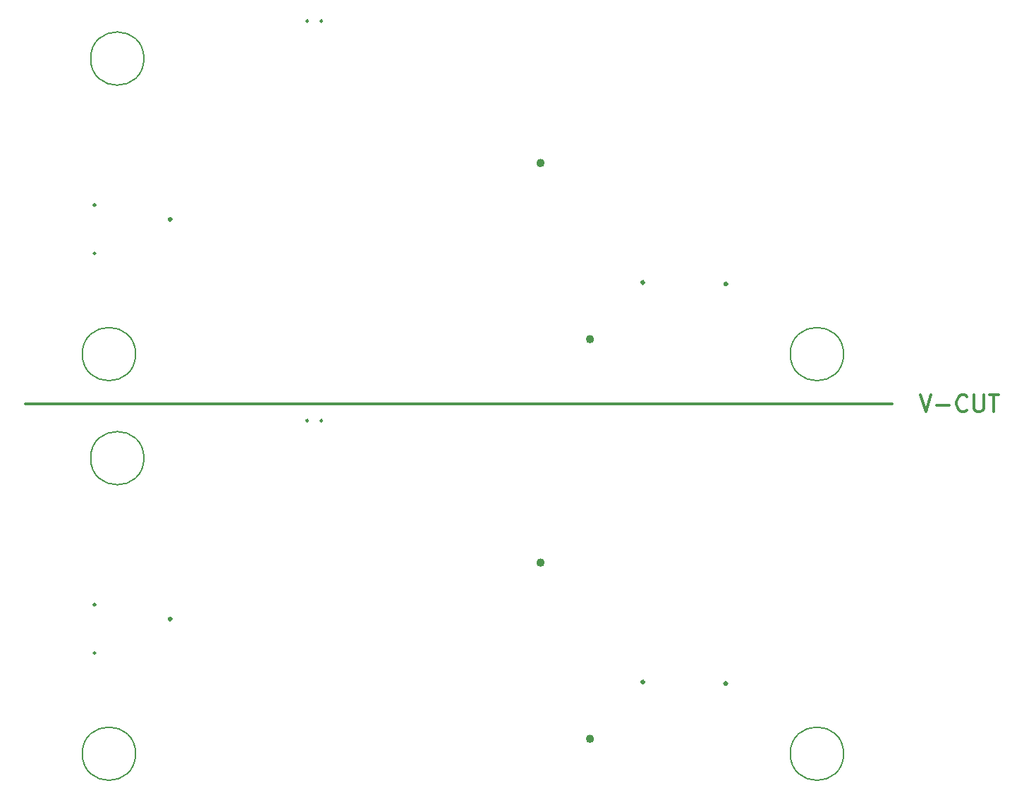
<source format=gbr>
G04 #@! TF.GenerationSoftware,KiCad,Pcbnew,8.0.8*
G04 #@! TF.CreationDate,2025-02-19T19:17:40+01:00*
G04 #@! TF.ProjectId,panelized,70616e65-6c69-47a6-9564-2e6b69636164,rev?*
G04 #@! TF.SameCoordinates,Original*
G04 #@! TF.FileFunction,Other,Comment*
%FSLAX46Y46*%
G04 Gerber Fmt 4.6, Leading zero omitted, Abs format (unit mm)*
G04 Created by KiCad (PCBNEW 8.0.8) date 2025-02-19 19:17:40*
%MOMM*%
%LPD*%
G01*
G04 APERTURE LIST*
%ADD10C,0.300000*%
%ADD11C,0.500000*%
%ADD12C,0.150000*%
%ADD13C,0.250000*%
G04 APERTURE END LIST*
D10*
X-3000000Y-48000000D02*
X101000000Y-48000000D01*
X104387844Y-46909638D02*
X105054510Y-48909638D01*
X105054510Y-48909638D02*
X105721177Y-46909638D01*
X106387844Y-48147733D02*
X107911654Y-48147733D01*
X110006891Y-48719161D02*
X109911653Y-48814400D01*
X109911653Y-48814400D02*
X109625939Y-48909638D01*
X109625939Y-48909638D02*
X109435463Y-48909638D01*
X109435463Y-48909638D02*
X109149748Y-48814400D01*
X109149748Y-48814400D02*
X108959272Y-48623923D01*
X108959272Y-48623923D02*
X108864034Y-48433447D01*
X108864034Y-48433447D02*
X108768796Y-48052495D01*
X108768796Y-48052495D02*
X108768796Y-47766780D01*
X108768796Y-47766780D02*
X108864034Y-47385828D01*
X108864034Y-47385828D02*
X108959272Y-47195352D01*
X108959272Y-47195352D02*
X109149748Y-47004876D01*
X109149748Y-47004876D02*
X109435463Y-46909638D01*
X109435463Y-46909638D02*
X109625939Y-46909638D01*
X109625939Y-46909638D02*
X109911653Y-47004876D01*
X109911653Y-47004876D02*
X110006891Y-47100114D01*
X110864034Y-46909638D02*
X110864034Y-48528685D01*
X110864034Y-48528685D02*
X110959272Y-48719161D01*
X110959272Y-48719161D02*
X111054510Y-48814400D01*
X111054510Y-48814400D02*
X111244986Y-48909638D01*
X111244986Y-48909638D02*
X111625939Y-48909638D01*
X111625939Y-48909638D02*
X111816415Y-48814400D01*
X111816415Y-48814400D02*
X111911653Y-48719161D01*
X111911653Y-48719161D02*
X112006891Y-48528685D01*
X112006891Y-48528685D02*
X112006891Y-46909638D01*
X112673558Y-46909638D02*
X113816415Y-46909638D01*
X113244986Y-48909638D02*
X113244986Y-46909638D01*
D11*
G04 #@! TO.C,U9*
X59060000Y-19050000D02*
G75*
G02*
X58560000Y-19050000I-250000J0D01*
G01*
X58560000Y-19050000D02*
G75*
G02*
X59060000Y-19050000I250000J0D01*
G01*
D12*
G04 #@! TO.C,H1*
X11200000Y-54500000D02*
G75*
G02*
X4800000Y-54500000I-3200000J0D01*
G01*
X4800000Y-54500000D02*
G75*
G02*
X11200000Y-54500000I3200000J0D01*
G01*
D13*
G04 #@! TO.C,J2*
X5382500Y-72100000D02*
G75*
G02*
X5142500Y-72100000I-120000J0D01*
G01*
X5142500Y-72100000D02*
G75*
G02*
X5382500Y-72100000I120000J0D01*
G01*
X5382500Y-77900000D02*
G75*
G02*
X5142500Y-77900000I-120000J0D01*
G01*
X5142500Y-77900000D02*
G75*
G02*
X5382500Y-77900000I120000J0D01*
G01*
D11*
G04 #@! TO.C,U5*
X65000000Y-40210000D02*
G75*
G02*
X64500000Y-40210000I-250000J0D01*
G01*
X64500000Y-40210000D02*
G75*
G02*
X65000000Y-40210000I250000J0D01*
G01*
D10*
G04 #@! TO.C,REF\u002A\u002A*
X81200000Y-33580000D02*
G75*
G02*
X80900000Y-33580000I-150000J0D01*
G01*
X80900000Y-33580000D02*
G75*
G02*
X81200000Y-33580000I150000J0D01*
G01*
D13*
G04 #@! TO.C,SW1*
X30920000Y-50000000D02*
G75*
G02*
X30680000Y-50000000I-120000J0D01*
G01*
X30680000Y-50000000D02*
G75*
G02*
X30920000Y-50000000I120000J0D01*
G01*
X32620000Y-50000000D02*
G75*
G02*
X32380000Y-50000000I-120000J0D01*
G01*
X32380000Y-50000000D02*
G75*
G02*
X32620000Y-50000000I120000J0D01*
G01*
D12*
G04 #@! TO.C,H2*
X10200000Y-90000000D02*
G75*
G02*
X3800000Y-90000000I-3200000J0D01*
G01*
X3800000Y-90000000D02*
G75*
G02*
X10200000Y-90000000I3200000J0D01*
G01*
G04 #@! TO.C,H3*
X95200000Y-90000000D02*
G75*
G02*
X88800000Y-90000000I-3200000J0D01*
G01*
X88800000Y-90000000D02*
G75*
G02*
X95200000Y-90000000I3200000J0D01*
G01*
D10*
G04 #@! TO.C,U4*
X71240000Y-81400000D02*
G75*
G02*
X70940000Y-81400000I-150000J0D01*
G01*
X70940000Y-81400000D02*
G75*
G02*
X71240000Y-81400000I150000J0D01*
G01*
G04 #@! TO.C,U3*
X14490000Y-25810000D02*
G75*
G02*
X14190000Y-25810000I-150000J0D01*
G01*
X14190000Y-25810000D02*
G75*
G02*
X14490000Y-25810000I150000J0D01*
G01*
G04 #@! TO.C,U4*
X71240000Y-33400000D02*
G75*
G02*
X70940000Y-33400000I-150000J0D01*
G01*
X70940000Y-33400000D02*
G75*
G02*
X71240000Y-33400000I150000J0D01*
G01*
D12*
G04 #@! TO.C,H1*
X11200000Y-6500000D02*
G75*
G02*
X4800000Y-6500000I-3200000J0D01*
G01*
X4800000Y-6500000D02*
G75*
G02*
X11200000Y-6500000I3200000J0D01*
G01*
D10*
G04 #@! TO.C,U3*
X14490000Y-73810000D02*
G75*
G02*
X14190000Y-73810000I-150000J0D01*
G01*
X14190000Y-73810000D02*
G75*
G02*
X14490000Y-73810000I150000J0D01*
G01*
D11*
G04 #@! TO.C,U9*
X59060000Y-67050000D02*
G75*
G02*
X58560000Y-67050000I-250000J0D01*
G01*
X58560000Y-67050000D02*
G75*
G02*
X59060000Y-67050000I250000J0D01*
G01*
D12*
G04 #@! TO.C,H2*
X10200000Y-42000000D02*
G75*
G02*
X3800000Y-42000000I-3200000J0D01*
G01*
X3800000Y-42000000D02*
G75*
G02*
X10200000Y-42000000I3200000J0D01*
G01*
D10*
G04 #@! TO.C,REF\u002A\u002A*
X81200000Y-81580000D02*
G75*
G02*
X80900000Y-81580000I-150000J0D01*
G01*
X80900000Y-81580000D02*
G75*
G02*
X81200000Y-81580000I150000J0D01*
G01*
D12*
G04 #@! TO.C,H3*
X95200000Y-42000000D02*
G75*
G02*
X88800000Y-42000000I-3200000J0D01*
G01*
X88800000Y-42000000D02*
G75*
G02*
X95200000Y-42000000I3200000J0D01*
G01*
D13*
G04 #@! TO.C,SW1*
X30920000Y-2000000D02*
G75*
G02*
X30680000Y-2000000I-120000J0D01*
G01*
X30680000Y-2000000D02*
G75*
G02*
X30920000Y-2000000I120000J0D01*
G01*
X32620000Y-2000000D02*
G75*
G02*
X32380000Y-2000000I-120000J0D01*
G01*
X32380000Y-2000000D02*
G75*
G02*
X32620000Y-2000000I120000J0D01*
G01*
D11*
G04 #@! TO.C,U5*
X65000000Y-88210000D02*
G75*
G02*
X64500000Y-88210000I-250000J0D01*
G01*
X64500000Y-88210000D02*
G75*
G02*
X65000000Y-88210000I250000J0D01*
G01*
D13*
G04 #@! TO.C,J2*
X5382500Y-24100000D02*
G75*
G02*
X5142500Y-24100000I-120000J0D01*
G01*
X5142500Y-24100000D02*
G75*
G02*
X5382500Y-24100000I120000J0D01*
G01*
X5382500Y-29900000D02*
G75*
G02*
X5142500Y-29900000I-120000J0D01*
G01*
X5142500Y-29900000D02*
G75*
G02*
X5382500Y-29900000I120000J0D01*
G01*
G04 #@! TD*
M02*

</source>
